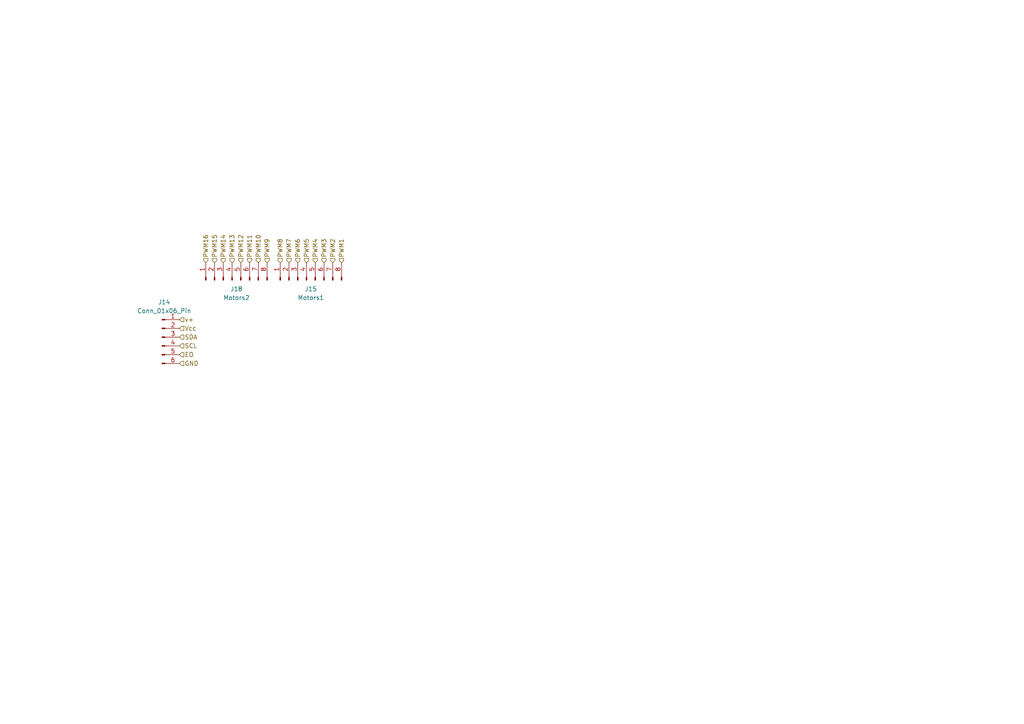
<source format=kicad_sch>
(kicad_sch (version 20231120) (generator "eeschema") (generator_version "8.0")
  (paper "A4")
  (lib_symbols
    (symbol "Connector:Conn_01x06_Pin" (pin_names (offset 1.016) hide)
      (property "Reference" "J" (at 0 7.62 0))
      (property "Value" "Conn_01x06_Pin" (at 0 -10.16 0))
      (symbol "Conn_01x06_Pin_1_1"
        (polyline (pts (xy 1.27 -7.62) (xy 0.8636 -7.62)) (stroke (width 0.1524)))
        (polyline (pts (xy 1.27 -5.08) (xy 0.8636 -5.08)) (stroke (width 0.1524)))
        (polyline (pts (xy 1.27 -2.54) (xy 0.8636 -2.54)) (stroke (width 0.1524)))
        (polyline (pts (xy 1.27 0) (xy 0.8636 0)) (stroke (width 0.1524)))
        (polyline (pts (xy 1.27 2.54) (xy 0.8636 2.54)) (stroke (width 0.1524)))
        (polyline (pts (xy 1.27 5.08) (xy 0.8636 5.08)) (stroke (width 0.1524)))
        (rectangle (start 0.8636 -7.493) (end 0 -7.747) (stroke (width 0.1524)) (fill (type outline)))
        (rectangle (start 0.8636 -4.953) (end 0 -5.207) (stroke (width 0.1524)) (fill (type outline)))
        (rectangle (start 0.8636 -2.413) (end 0 -2.667) (stroke (width 0.1524)) (fill (type outline)))
        (rectangle (start 0.8636 0.127) (end 0 -0.127) (stroke (width 0.1524)) (fill (type outline)))
        (rectangle (start 0.8636 2.667) (end 0 2.413) (stroke (width 0.1524)) (fill (type outline)))
        (rectangle (start 0.8636 5.207) (end 0 4.953) (stroke (width 0.1524)) (fill (type outline)))
        (pin passive line (at 5.08 5.08 180) (length 3.81) (name "Pin_1") (number "1"))
        (pin passive line (at 5.08 2.54 180) (length 3.81) (name "Pin_2") (number "2"))
        (pin passive line (at 5.08 0 180) (length 3.81) (name "Pin_3") (number "3"))
        (pin passive line (at 5.08 -2.54 180) (length 3.81) (name "Pin_4") (number "4"))
        (pin passive line (at 5.08 -5.08 180) (length 3.81) (name "Pin_5") (number "5"))
        (pin passive line (at 5.08 -7.62 180) (length 3.81) (name "Pin_6") (number "6"))
      )
    )
    (symbol "Connector:Conn_01x08_Pin" (pin_names (offset 1.016) hide)
      (property "Reference" "J" (at 0 10.16 0))
      (property "Value" "Conn_01x08_Pin" (at 0 -12.7 0))
      (symbol "Conn_01x08_Pin_1_1"
        (polyline (pts (xy 1.27 -10.16) (xy 0.8636 -10.16)) (stroke (width 0.1524)))
        (polyline (pts (xy 1.27 -7.62) (xy 0.8636 -7.62)) (stroke (width 0.1524)))
        (polyline (pts (xy 1.27 -5.08) (xy 0.8636 -5.08)) (stroke (width 0.1524)))
        (polyline (pts (xy 1.27 -2.54) (xy 0.8636 -2.54)) (stroke (width 0.1524)))
        (polyline (pts (xy 1.27 0) (xy 0.8636 0)) (stroke (width 0.1524)))
        (polyline (pts (xy 1.27 2.54) (xy 0.8636 2.54)) (stroke (width 0.1524)))
        (polyline (pts (xy 1.27 5.08) (xy 0.8636 5.08)) (stroke (width 0.1524)))
        (polyline (pts (xy 1.27 7.62) (xy 0.8636 7.62)) (stroke (width 0.1524)))
        (rectangle (start 0.8636 -10.033) (end 0 -10.287) (stroke (width 0.1524)) (fill (type outline)))
        (rectangle (start 0.8636 -7.493) (end 0 -7.747) (stroke (width 0.1524)) (fill (type outline)))
        (rectangle (start 0.8636 -4.953) (end 0 -5.207) (stroke (width 0.1524)) (fill (type outline)))
        (rectangle (start 0.8636 -2.413) (end 0 -2.667) (stroke (width 0.1524)) (fill (type outline)))
        (rectangle (start 0.8636 0.127) (end 0 -0.127) (stroke (width 0.1524)) (fill (type outline)))
        (rectangle (start 0.8636 2.667) (end 0 2.413) (stroke (width 0.1524)) (fill (type outline)))
        (rectangle (start 0.8636 5.207) (end 0 4.953) (stroke (width 0.1524)) (fill (type outline)))
        (rectangle (start 0.8636 7.747) (end 0 7.493) (stroke (width 0.1524)) (fill (type outline)))
        (pin passive line (at 5.08 7.62 180) (length 3.81) (name "Pin_1") (number "1"))
        (pin passive line (at 5.08 5.08 180) (length 3.81) (name "Pin_2") (number "2"))
        (pin passive line (at 5.08 2.54 180) (length 3.81) (name "Pin_3") (number "3"))
        (pin passive line (at 5.08 0 180) (length 3.81) (name "Pin_4") (number "4"))
        (pin passive line (at 5.08 -2.54 180) (length 3.81) (name "Pin_5") (number "5"))
        (pin passive line (at 5.08 -5.08 180) (length 3.81) (name "Pin_6") (number "6"))
        (pin passive line (at 5.08 -7.62 180) (length 3.81) (name "Pin_7") (number "7"))
        (pin passive line (at 5.08 -10.16 180) (length 3.81) (name "Pin_8") (number "8"))
      )
    )
  )
  (hierarchical_label "PWM14" (shape input) (at 64.77 76.2 90))
  (hierarchical_label "SCL" (shape input) (at 52.07 100.33 0))
  (hierarchical_label "PWM13" (shape input) (at 67.31 76.2 90))
  (hierarchical_label "PWM8" (shape input) (at 81.28 76.2 90))
  (hierarchical_label "PWM11" (shape input) (at 72.39 76.2 90))
  (hierarchical_label "EO" (shape input) (at 52.07 102.87 0))
  (hierarchical_label "PWM10" (shape input) (at 74.93 76.2 90))
  (hierarchical_label "PWM3" (shape input) (at 93.98 76.2 90))
  (hierarchical_label "PWM4" (shape input) (at 91.44 76.2 90))
  (hierarchical_label "PWM6" (shape input) (at 86.36 76.2 90))
  (hierarchical_label "PWM5" (shape input) (at 88.9 76.2 90))
  (hierarchical_label "PWM12" (shape input) (at 69.85 76.2 90))
  (hierarchical_label "PWM1" (shape input) (at 99.06 76.2 90))
  (hierarchical_label "PWM9" (shape input) (at 77.47 76.2 90))
  (hierarchical_label "Vcc" (shape input) (at 52.07 95.25 0))
  (hierarchical_label "PWM7" (shape input) (at 83.82 76.2 90))
  (hierarchical_label "SDA" (shape input) (at 52.07 97.79 0))
  (hierarchical_label "PWM15" (shape input) (at 62.23 76.2 90))
  (hierarchical_label "v+" (shape input) (at 52.07 92.71 0))
  (hierarchical_label "PWM16" (shape input) (at 59.69 76.2 90))
  (hierarchical_label "GND" (shape input) (at 52.07 105.41 0))
  (hierarchical_label "PWM2" (shape input) (at 96.52 76.2 90))
  (symbol (lib_id "Connector:Conn_01x08_Pin") (at 67.31 81.28 90) (unit 1)
    (property "Reference" "J18" (at 68.58 83.82 90))
    (property "Value" "Motors2" (at 68.58 86.36 90))
  )
  (symbol (lib_id "Connector:Conn_01x06_Pin") (at 46.99 97.79 0) (unit 1)
    (property "Reference" "J14" (at 47.625 87.63 0))
    (property "Value" "Conn_01x06_Pin" (at 47.625 90.17 0))
  )
  (symbol (lib_id "Connector:Conn_01x08_Pin") (at 88.9 81.28 90) (unit 1)
    (property "Reference" "J15" (at 90.17 83.82 90))
    (property "Value" "Motors1" (at 90.17 86.36 90))
  )
)
</source>
